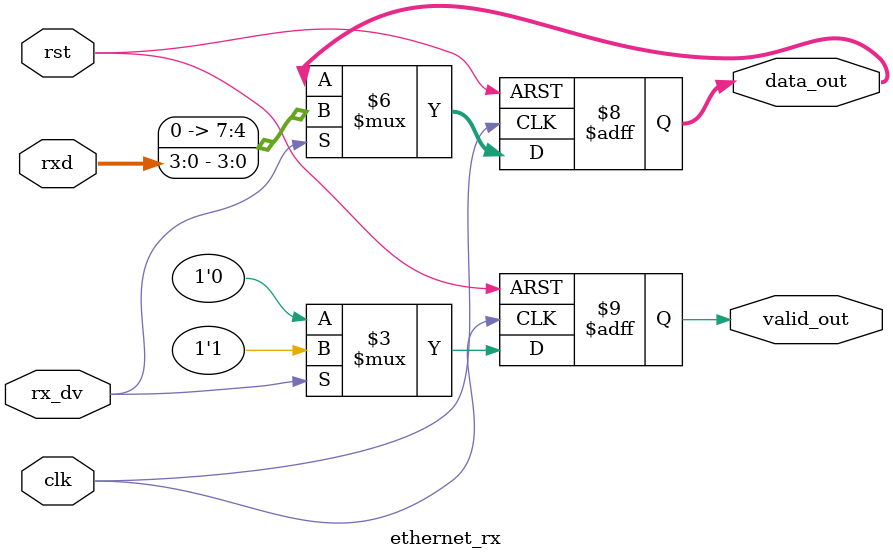
<source format=v>
module ethernet_rx(
    input wire clk,
    input wire rst,
    input wire [3:0] rxd,
    input wire rx_dv,
    output reg [7:0] data_out,
    output reg valid_out
);

    always @(posedge clk or posedge rst) begin
        if (rst) begin
            data_out <= 0;
            valid_out <= 0;
        end else if (rx_dv) begin
            data_out <= {4'b0000, rxd}; // Expand 4-bit to 8-bit
            valid_out <= 1;
        end else begin
            valid_out <= 0;
        end
    end

endmodule

</source>
